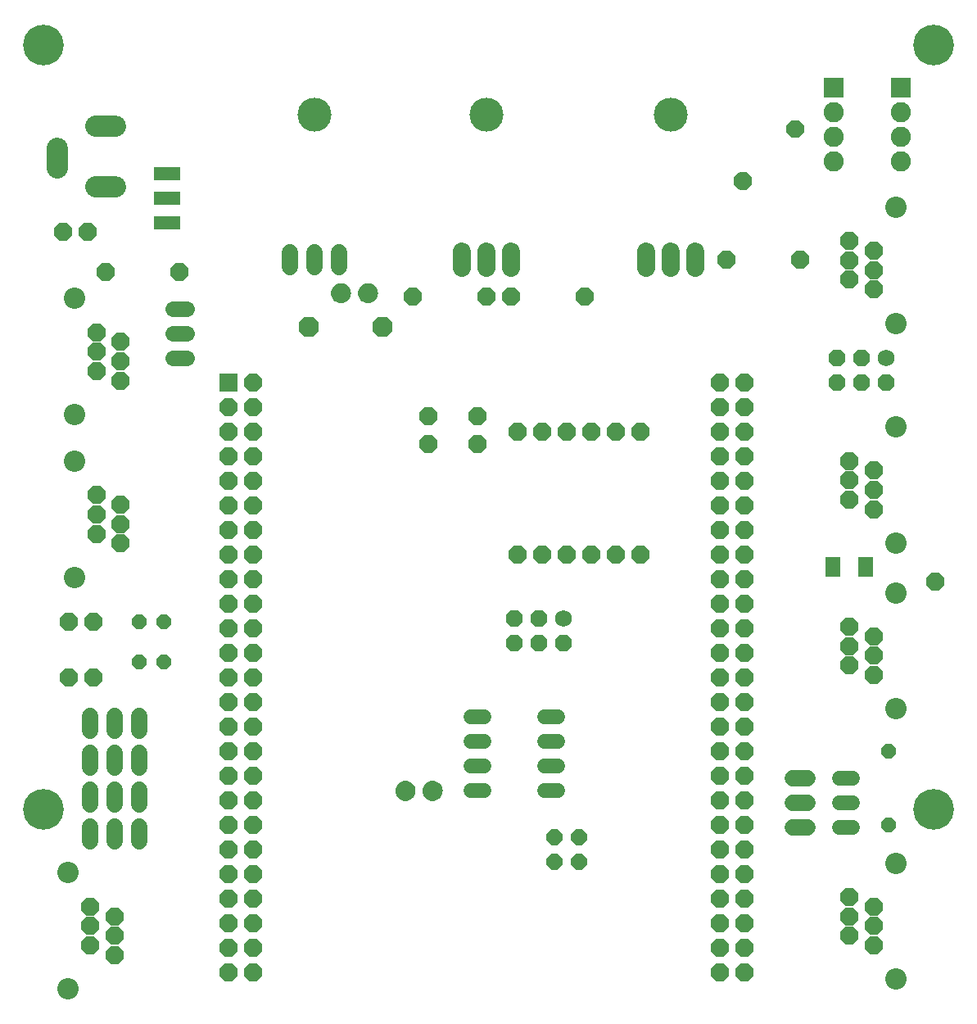
<source format=gbs>
G75*
G70*
%OFA0B0*%
%FSLAX24Y24*%
%IPPOS*%
%LPD*%
%AMOC8*
5,1,8,0,0,1.08239X$1,22.5*
%
%ADD10C,0.1655*%
%ADD11R,0.0740X0.0740*%
%ADD12OC8,0.0740*%
%ADD13C,0.0867*%
%ADD14C,0.0680*%
%ADD15OC8,0.0680*%
%ADD16C,0.0600*%
%ADD17C,0.0050*%
%ADD18R,0.0820X0.0820*%
%ADD19C,0.0820*%
%ADD20OC8,0.0600*%
%ADD21C,0.0680*%
%ADD22C,0.0867*%
%ADD23C,0.1380*%
%ADD24OC8,0.0830*%
%ADD25C,0.0740*%
%ADD26C,0.0148*%
%ADD27R,0.1080X0.0580*%
%ADD28R,0.0631X0.0789*%
%ADD29C,0.0640*%
%ADD30OC8,0.0640*%
D10*
X005649Y010963D03*
X005649Y042066D03*
X041869Y042066D03*
X041869Y010963D03*
D11*
X013180Y028333D03*
D12*
X013180Y027333D03*
X013180Y026333D03*
X013180Y025333D03*
X014180Y025333D03*
X014180Y026333D03*
X014180Y027333D03*
X014180Y028333D03*
X014180Y024333D03*
X014180Y023333D03*
X014180Y022333D03*
X014180Y021333D03*
X014180Y020333D03*
X013180Y020333D03*
X013180Y021333D03*
X013180Y022333D03*
X013180Y023333D03*
X013180Y024333D03*
X008789Y023352D03*
X008789Y022565D03*
X008789Y021777D03*
X007805Y022171D03*
X007805Y022958D03*
X007805Y023746D03*
X008789Y028402D03*
X008789Y029190D03*
X008789Y029977D03*
X007805Y030371D03*
X007805Y029583D03*
X007805Y028796D03*
X008180Y032833D03*
X007430Y034458D03*
X006430Y034458D03*
X011180Y032833D03*
X020680Y031833D03*
X023680Y031833D03*
X024680Y031833D03*
X027680Y031833D03*
X023305Y026958D03*
X023305Y025833D03*
X024930Y026333D03*
X025930Y026333D03*
X026930Y026333D03*
X027930Y026333D03*
X028930Y026333D03*
X029930Y026333D03*
X033180Y026333D03*
X033180Y025333D03*
X034180Y025333D03*
X034180Y026333D03*
X034180Y027333D03*
X033180Y027333D03*
X033180Y028333D03*
X034180Y028333D03*
X034180Y024333D03*
X034180Y023333D03*
X034180Y022333D03*
X034180Y021333D03*
X034180Y020333D03*
X033180Y020333D03*
X033180Y021333D03*
X033180Y022333D03*
X033180Y023333D03*
X033180Y024333D03*
X029930Y021333D03*
X028930Y021333D03*
X027930Y021333D03*
X026930Y021333D03*
X025930Y021333D03*
X024930Y021333D03*
X021305Y025833D03*
X021305Y026958D03*
X014180Y019333D03*
X014180Y018333D03*
X014180Y017333D03*
X014180Y016333D03*
X014180Y015333D03*
X013180Y015333D03*
X013180Y016333D03*
X013180Y017333D03*
X013180Y018333D03*
X013180Y019333D03*
X013180Y014333D03*
X013180Y013333D03*
X013180Y012333D03*
X013180Y011333D03*
X014180Y011333D03*
X014180Y012333D03*
X014180Y013333D03*
X014180Y014333D03*
X014180Y010333D03*
X014180Y009333D03*
X014180Y008333D03*
X014180Y007333D03*
X014180Y006333D03*
X013180Y006333D03*
X013180Y007333D03*
X013180Y008333D03*
X013180Y009333D03*
X013180Y010333D03*
X008539Y006602D03*
X008539Y005815D03*
X008539Y005027D03*
X007555Y005421D03*
X007555Y006208D03*
X007555Y006996D03*
X013180Y005333D03*
X013180Y004333D03*
X014180Y004333D03*
X014180Y005333D03*
X007680Y016333D03*
X006680Y016333D03*
X006680Y018583D03*
X007680Y018583D03*
X033180Y018333D03*
X033180Y017333D03*
X033180Y016333D03*
X033180Y015333D03*
X034180Y015333D03*
X034180Y016333D03*
X034180Y017333D03*
X034180Y018333D03*
X034180Y019333D03*
X033180Y019333D03*
X033180Y014333D03*
X033180Y013333D03*
X033180Y012333D03*
X033180Y011333D03*
X034180Y011333D03*
X034180Y012333D03*
X034180Y013333D03*
X034180Y014333D03*
X034180Y010333D03*
X034180Y009333D03*
X034180Y008333D03*
X034180Y007333D03*
X034180Y006333D03*
X033180Y006333D03*
X033180Y007333D03*
X033180Y008333D03*
X033180Y009333D03*
X033180Y010333D03*
X033180Y005333D03*
X033180Y004333D03*
X034180Y004333D03*
X034180Y005333D03*
X038446Y005815D03*
X038446Y006602D03*
X038446Y007389D03*
X039430Y006996D03*
X039430Y006208D03*
X039430Y005421D03*
X039430Y016421D03*
X039430Y017208D03*
X039430Y017996D03*
X038446Y018389D03*
X038446Y017602D03*
X038446Y016815D03*
X041930Y020208D03*
X039430Y023171D03*
X039430Y023958D03*
X039430Y024746D03*
X038446Y025139D03*
X038446Y024352D03*
X038446Y023565D03*
X039430Y032115D03*
X039430Y032902D03*
X039430Y033690D03*
X038446Y034083D03*
X038446Y033296D03*
X038446Y032508D03*
X036430Y033333D03*
X033430Y033333D03*
D13*
X006649Y003649D03*
X006649Y008374D03*
X006899Y020399D03*
X006899Y025124D03*
X006899Y027024D03*
X006899Y031749D03*
X040336Y030737D03*
X040336Y026517D03*
X040336Y021793D03*
X040336Y019767D03*
X040336Y015043D03*
X040336Y008767D03*
X040336Y004043D03*
X040336Y035461D03*
D14*
X039930Y029333D03*
X026805Y018708D03*
D15*
X026805Y017708D03*
X025805Y017708D03*
X024805Y017708D03*
X024805Y018708D03*
X025805Y018708D03*
X037930Y028333D03*
X038930Y028333D03*
X039930Y028333D03*
X038930Y029333D03*
X037930Y029333D03*
D16*
X026565Y014708D02*
X026045Y014708D01*
X026045Y013708D02*
X026565Y013708D01*
X026565Y012708D02*
X026045Y012708D01*
X026045Y011708D02*
X026565Y011708D01*
X023565Y011708D02*
X023045Y011708D01*
X023045Y012708D02*
X023565Y012708D01*
X023565Y013708D02*
X023045Y013708D01*
X023045Y014708D02*
X023565Y014708D01*
X038045Y012208D02*
X038565Y012208D01*
X038565Y011208D02*
X038045Y011208D01*
X038045Y010208D02*
X038565Y010208D01*
D17*
X021853Y011649D02*
X021837Y011585D01*
X021809Y011525D01*
X021772Y011470D01*
X021726Y011423D01*
X021672Y011384D01*
X021613Y011356D01*
X021549Y011338D01*
X021483Y011331D01*
X021417Y011338D01*
X021354Y011356D01*
X021294Y011385D01*
X021240Y011424D01*
X021194Y011471D01*
X021157Y011526D01*
X021130Y011586D01*
X021114Y011650D01*
X021109Y011716D01*
X021117Y011788D01*
X021139Y011857D01*
X021173Y011921D01*
X021220Y011976D01*
X021276Y012021D01*
X021340Y012055D01*
X021410Y012075D01*
X021482Y012081D01*
X021554Y012075D01*
X021624Y012055D01*
X021689Y012022D01*
X021746Y011976D01*
X021793Y011921D01*
X021828Y011857D01*
X021850Y011788D01*
X021858Y011715D01*
X021853Y011649D01*
X021849Y011634D02*
X021118Y011634D01*
X021111Y011682D02*
X021855Y011682D01*
X021856Y011731D02*
X021111Y011731D01*
X021116Y011779D02*
X021851Y011779D01*
X021837Y011828D02*
X021129Y011828D01*
X021149Y011876D02*
X021817Y011876D01*
X021789Y011925D02*
X021177Y011925D01*
X021218Y011973D02*
X021748Y011973D01*
X021688Y012022D02*
X021277Y012022D01*
X021394Y012070D02*
X021571Y012070D01*
X021837Y011585D02*
X021130Y011585D01*
X021152Y011537D02*
X021815Y011537D01*
X021784Y011488D02*
X021183Y011488D01*
X021225Y011440D02*
X021742Y011440D01*
X021682Y011391D02*
X021285Y011391D01*
X021400Y011343D02*
X021567Y011343D01*
X020735Y011585D02*
X020707Y011525D01*
X020670Y011470D01*
X020624Y011423D01*
X020570Y011384D01*
X020511Y011356D01*
X020447Y011338D01*
X020381Y011331D01*
X020315Y011338D01*
X020252Y011356D01*
X020192Y011385D01*
X020138Y011424D01*
X020092Y011471D01*
X020055Y011526D01*
X020028Y011586D01*
X020012Y011650D01*
X020007Y011716D01*
X020015Y011788D01*
X020037Y011857D01*
X020071Y011921D01*
X020118Y011976D01*
X020174Y012021D01*
X020238Y012055D01*
X020308Y012075D01*
X020380Y012081D01*
X020452Y012075D01*
X020522Y012055D01*
X020587Y012022D01*
X020644Y011976D01*
X020691Y011921D01*
X020726Y011857D01*
X020748Y011788D01*
X020756Y011715D01*
X020751Y011649D01*
X020735Y011585D01*
X020028Y011585D01*
X020016Y011634D02*
X020747Y011634D01*
X020753Y011682D02*
X020009Y011682D01*
X020009Y011731D02*
X020754Y011731D01*
X020749Y011779D02*
X020014Y011779D01*
X020027Y011828D02*
X020735Y011828D01*
X020715Y011876D02*
X020047Y011876D01*
X020075Y011925D02*
X020687Y011925D01*
X020646Y011973D02*
X020116Y011973D01*
X020175Y012022D02*
X020586Y012022D01*
X020469Y012070D02*
X020292Y012070D01*
X020050Y011537D02*
X020713Y011537D01*
X020682Y011488D02*
X020080Y011488D01*
X020123Y011440D02*
X020640Y011440D01*
X020580Y011391D02*
X020183Y011391D01*
X020298Y011343D02*
X020465Y011343D01*
X018855Y031585D02*
X018927Y031592D01*
X018997Y031612D01*
X019061Y031645D01*
X019117Y031690D01*
X019164Y031746D01*
X019198Y031809D01*
X019220Y031878D01*
X019228Y031950D01*
X019223Y032016D01*
X019207Y032080D01*
X019180Y032141D01*
X019143Y032195D01*
X019097Y032243D01*
X019043Y032282D01*
X018983Y032311D01*
X018920Y032329D01*
X018854Y032335D01*
X018788Y032329D01*
X018724Y032311D01*
X018665Y032282D01*
X018611Y032244D01*
X018565Y032196D01*
X018528Y032142D01*
X018500Y032081D01*
X018484Y032017D01*
X018479Y031951D01*
X018487Y031879D01*
X018509Y031810D01*
X019199Y031810D01*
X019214Y031858D02*
X018494Y031858D01*
X018484Y031907D02*
X019223Y031907D01*
X019228Y031955D02*
X018479Y031955D01*
X018483Y032004D02*
X019224Y032004D01*
X019214Y032052D02*
X018493Y032052D01*
X018509Y032101D02*
X019198Y032101D01*
X019174Y032149D02*
X018533Y032149D01*
X018567Y032198D02*
X019140Y032198D01*
X019092Y032246D02*
X018615Y032246D01*
X018691Y032295D02*
X019016Y032295D01*
X019172Y031761D02*
X018536Y031761D01*
X018544Y031746D02*
X018509Y031810D01*
X018544Y031746D02*
X018591Y031690D01*
X018648Y031645D01*
X018713Y031612D01*
X018783Y031591D01*
X018855Y031585D01*
X019005Y031616D02*
X018704Y031616D01*
X018624Y031664D02*
X019085Y031664D01*
X019136Y031713D02*
X018572Y031713D01*
X018112Y031858D02*
X017392Y031858D01*
X017385Y031879D02*
X017377Y031951D01*
X017382Y032017D01*
X017398Y032081D01*
X017426Y032142D01*
X017463Y032196D01*
X017509Y032244D01*
X017563Y032282D01*
X017622Y032311D01*
X017686Y032329D01*
X017752Y032335D01*
X017818Y032329D01*
X017881Y032311D01*
X017941Y032282D01*
X017995Y032243D01*
X018041Y032195D01*
X018078Y032141D01*
X018105Y032080D01*
X018121Y032016D01*
X018126Y031950D01*
X018118Y031878D01*
X018096Y031809D01*
X018062Y031746D01*
X018015Y031690D01*
X017959Y031645D01*
X017895Y031612D01*
X017825Y031592D01*
X017753Y031585D01*
X017681Y031591D01*
X017611Y031612D01*
X017546Y031645D01*
X017489Y031690D01*
X017442Y031746D01*
X017407Y031810D01*
X018097Y031810D01*
X018070Y031761D02*
X017434Y031761D01*
X017407Y031810D02*
X017385Y031879D01*
X017382Y031907D02*
X018121Y031907D01*
X018126Y031955D02*
X017377Y031955D01*
X017381Y032004D02*
X018122Y032004D01*
X018112Y032052D02*
X017391Y032052D01*
X017407Y032101D02*
X018096Y032101D01*
X018072Y032149D02*
X017431Y032149D01*
X017465Y032198D02*
X018038Y032198D01*
X017990Y032246D02*
X017513Y032246D01*
X017589Y032295D02*
X017914Y032295D01*
X018034Y031713D02*
X017470Y031713D01*
X017522Y031664D02*
X017983Y031664D01*
X017903Y031616D02*
X017602Y031616D01*
D18*
X037805Y040333D03*
X040555Y040333D03*
D19*
X040555Y039333D03*
X040555Y038333D03*
X040555Y037333D03*
X037805Y037333D03*
X037805Y038333D03*
X037805Y039333D03*
D20*
X010555Y018583D03*
X009555Y018583D03*
X009555Y016958D03*
X010555Y016958D03*
X040055Y013333D03*
X040055Y010333D03*
D21*
X036730Y010208D02*
X036130Y010208D01*
X036130Y011208D02*
X036730Y011208D01*
X036730Y012208D02*
X036130Y012208D01*
X017680Y033033D02*
X017680Y033633D01*
X016680Y033633D02*
X016680Y033033D01*
X015680Y033033D02*
X015680Y033633D01*
X009555Y014758D02*
X009555Y014158D01*
X009555Y013258D02*
X009555Y012658D01*
X009555Y011758D02*
X009555Y011158D01*
X009555Y010258D02*
X009555Y009658D01*
X008555Y009658D02*
X008555Y010258D01*
X008555Y011158D02*
X008555Y011758D01*
X008555Y012658D02*
X008555Y013258D01*
X008555Y014158D02*
X008555Y014758D01*
X007555Y014758D02*
X007555Y014158D01*
X007555Y013258D02*
X007555Y012658D01*
X007555Y011758D02*
X007555Y011158D01*
X007555Y010258D02*
X007555Y009658D01*
D22*
X007771Y036275D02*
X008558Y036275D01*
X008558Y038756D02*
X007771Y038756D01*
X006196Y037850D02*
X006196Y037063D01*
D23*
X016680Y039233D03*
X023680Y039233D03*
X031180Y039233D03*
D24*
X019430Y030583D03*
X016430Y030583D03*
D25*
X022680Y033003D02*
X022680Y033663D01*
X023680Y033663D02*
X023680Y033003D01*
X024680Y033003D02*
X024680Y033663D01*
X030180Y033663D02*
X030180Y033003D01*
X031180Y033003D02*
X031180Y033663D01*
X032180Y033663D02*
X032180Y033003D01*
D26*
X033898Y036474D02*
X033824Y036400D01*
X033824Y036646D01*
X033996Y036818D01*
X034242Y036818D01*
X034414Y036646D01*
X034414Y036400D01*
X034242Y036228D01*
X033996Y036228D01*
X033824Y036400D01*
X033935Y036446D01*
X033935Y036600D01*
X034042Y036707D01*
X034196Y036707D01*
X034303Y036600D01*
X034303Y036446D01*
X034196Y036339D01*
X034042Y036339D01*
X033935Y036446D01*
X034046Y036492D01*
X034046Y036554D01*
X034088Y036596D01*
X034150Y036596D01*
X034192Y036554D01*
X034192Y036492D01*
X034150Y036450D01*
X034088Y036450D01*
X034046Y036492D01*
X036020Y038595D02*
X035946Y038521D01*
X035946Y038767D01*
X036118Y038939D01*
X036364Y038939D01*
X036536Y038767D01*
X036536Y038521D01*
X036364Y038349D01*
X036118Y038349D01*
X035946Y038521D01*
X036057Y038567D01*
X036057Y038721D01*
X036164Y038828D01*
X036318Y038828D01*
X036425Y038721D01*
X036425Y038567D01*
X036318Y038460D01*
X036164Y038460D01*
X036057Y038567D01*
X036168Y038613D01*
X036168Y038675D01*
X036210Y038717D01*
X036272Y038717D01*
X036314Y038675D01*
X036314Y038613D01*
X036272Y038571D01*
X036210Y038571D01*
X036168Y038613D01*
D27*
X010680Y036833D03*
X010680Y035833D03*
X010680Y034833D03*
D28*
X037761Y020833D03*
X039099Y020833D03*
D29*
X011460Y029333D02*
X010900Y029333D01*
X010900Y030333D02*
X011460Y030333D01*
X011460Y031333D02*
X010900Y031333D01*
D30*
X026430Y009833D03*
X026430Y008833D03*
X027430Y008833D03*
X027430Y009833D03*
M02*

</source>
